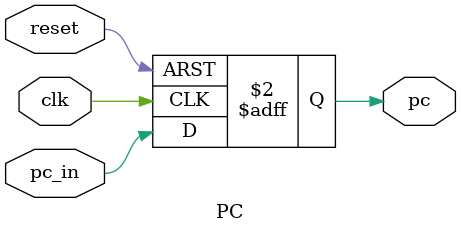
<source format=sv>
module PC(input logic clk, input logic reset, input logic pc_in, output logic pc);
    
    always_ff @(posedge clk, posedge reset)
        if (reset) pc <= 0;
        else pc <= pc_in;

endmodule
</source>
